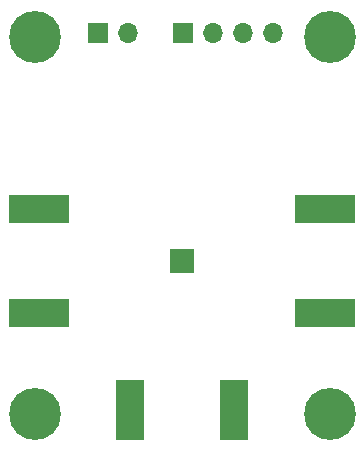
<source format=gbr>
%TF.GenerationSoftware,KiCad,Pcbnew,7.0.5-1.fc38*%
%TF.CreationDate,2023-06-22T15:58:46+02:00*%
%TF.ProjectId,tr_switch,74725f73-7769-4746-9368-2e6b69636164,1*%
%TF.SameCoordinates,Original*%
%TF.FileFunction,Soldermask,Bot*%
%TF.FilePolarity,Negative*%
%FSLAX46Y46*%
G04 Gerber Fmt 4.6, Leading zero omitted, Abs format (unit mm)*
G04 Created by KiCad (PCBNEW 7.0.5-1.fc38) date 2023-06-22 15:58:46*
%MOMM*%
%LPD*%
G01*
G04 APERTURE LIST*
%ADD10R,2.030000X2.030000*%
%ADD11R,1.700000X1.700000*%
%ADD12O,1.700000X1.700000*%
%ADD13R,5.080000X2.420000*%
%ADD14C,0.700000*%
%ADD15C,4.400000*%
%ADD16R,2.420000X5.080000*%
G04 APERTURE END LIST*
D10*
%TO.C,U2*%
X15000000Y-21500000D03*
%TD*%
D11*
%TO.C,J5*%
X15066666Y-2250000D03*
D12*
X17606666Y-2250000D03*
X20146666Y-2250000D03*
X22686666Y-2250000D03*
%TD*%
D13*
%TO.C,J1*%
X2870000Y-17120000D03*
X2870000Y-25880000D03*
%TD*%
D14*
%TO.C,H2*%
X29140000Y-2510000D03*
X28656726Y-3676726D03*
X28656726Y-1343274D03*
X27490000Y-4160000D03*
D15*
X27490000Y-2510000D03*
D14*
X27490000Y-860000D03*
X26323274Y-3676726D03*
X26323274Y-1343274D03*
X25840000Y-2510000D03*
%TD*%
D12*
%TO.C,J4*%
X10373333Y-2250000D03*
D11*
X7833333Y-2250000D03*
%TD*%
D14*
%TO.C,H4*%
X25840000Y-34490000D03*
X26323274Y-33323274D03*
X26323274Y-35656726D03*
X27490000Y-32840000D03*
D15*
X27490000Y-34490000D03*
D14*
X27490000Y-36140000D03*
X28656726Y-33323274D03*
X28656726Y-35656726D03*
X29140000Y-34490000D03*
%TD*%
%TO.C,H3*%
X860000Y-34480000D03*
X1343274Y-33313274D03*
X1343274Y-35646726D03*
X2510000Y-32830000D03*
D15*
X2510000Y-34480000D03*
D14*
X2510000Y-36130000D03*
X3676726Y-33313274D03*
X3676726Y-35646726D03*
X4160000Y-34480000D03*
%TD*%
D13*
%TO.C,J2*%
X27130000Y-17120000D03*
X27130000Y-25880000D03*
%TD*%
D14*
%TO.C,H1*%
X870000Y-2510000D03*
X1353274Y-1343274D03*
X1353274Y-3676726D03*
X2520000Y-860000D03*
D15*
X2520000Y-2510000D03*
D14*
X2520000Y-4160000D03*
X3686726Y-1343274D03*
X3686726Y-3676726D03*
X4170000Y-2510000D03*
%TD*%
D16*
%TO.C,J3*%
X19380000Y-34130000D03*
X10620000Y-34130000D03*
%TD*%
M02*

</source>
